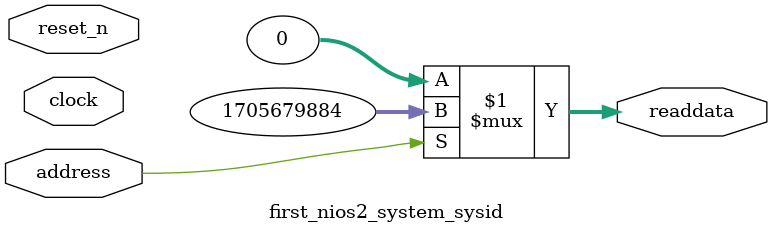
<source format=v>



// synthesis translate_off
`timescale 1ns / 1ps
// synthesis translate_on

// turn off superfluous verilog processor warnings 
// altera message_level Level1 
// altera message_off 10034 10035 10036 10037 10230 10240 10030 

module first_nios2_system_sysid (
               // inputs:
                address,
                clock,
                reset_n,

               // outputs:
                readdata
             )
;

  output  [ 31: 0] readdata;
  input            address;
  input            clock;
  input            reset_n;

  wire    [ 31: 0] readdata;
  //control_slave, which is an e_avalon_slave
  assign readdata = address ? 1705679884 : 0;

endmodule



</source>
